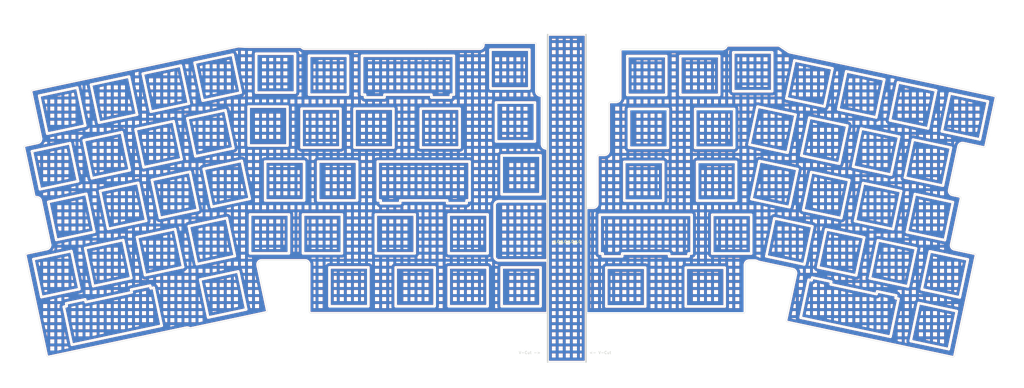
<source format=kicad_pcb>
(kicad_pcb (version 20211014) (generator pcbnew)
  (layers (0 "F.Cu" signal) (31 "B.Cu" signal) (34 "B.Paste" user) (35 "F.Paste" user) (36 "B.SilkS" user "B.Silkscreen") (37 "F.SilkS" user "F.Silkscreen") (38 "B.Mask" user) (39 "F.Mask" user) (44 "Edge.Cuts" user))
  (net 0 "")
  (gr_line (start -168.547966 -47.121206) (end -168.755878 -48.099353) (layer "Edge.Cuts") (width 0.1))
  (gr_line (start 106.429886 -46.010047) (end 106.221975 -45.031899) (layer "Edge.Cuts") (width 0.1))
  (gr_line (start 75.193812 -110.053628) (end 88.887194 -107.14301) (layer "Edge.Cuts") (width 0.1))
  (gr_line (start 32.8384 -75.07) (end 32.8384 -61.07) (layer "Edge.Cuts") (width 0.1))
  (gr_arc (start -36.512111 -58.640745) (mid -37.572771 -59.080085) (end -38.012111 -60.140745) (layer "Edge.Cuts") (width 0.1))
  (gr_line (start -107.444525 -113.265475) (end -93.445225 -113.265475) (layer "Edge.Cuts") (width 0.1))
  (gr_line (start -18.970809 -80.417765) (end -18.962111 -58.140745) (layer "Edge.Cuts") (width 0.1))
  (gr_line (start 32.8384 -61.07) (end 31.7514 -61.07) (layer "Edge.Cuts") (width 0.1))
  (gr_line (start -83.399961 -56.115475) (end -83.399961 -42.116015) (layer "Edge.Cuts") (width 0.1))
  (gr_line (start -125.974261 -61.166015) (end -125.974261 -75.165475) (layer "Edge.Cuts") (width 0.1))
  (gr_line (start 75.891522 -90.429737) (end 89.584904 -87.519119) (layer "Edge.Cuts") (width 0.1))
  (gr_line (start -5.11785 -77.095) (end -5.11785 -140) (layer "Edge.Cuts") (width 0.1))
  (gr_line (start -168.675681 -52.257155) (end -182.369063 -49.346537) (layer "Edge.Cuts") (width 0.1))
  (gr_line (start -78.963671 -80.215745) (end -80.050671 -80.215745) (layer "Edge.Cuts") (width 0.1))
  (gr_line (start -48.087671 -79.215745) (end -55.087671 -79.215745) (layer "Edge.Cuts") (width 0.1))
  (gr_line (start -180.212861 -27.747577) (end -166.518809 -30.658338) (layer "Edge.Cuts") (width 0.1))
  (gr_line (start -127.323622 -40.961891) (end -141.017004 -38.051272) (layer "Edge.Cuts") (width 0.1))
  (gr_line (start 76.020689 -51.451381) (end 76.228601 -52.429528) (layer "Edge.Cuts") (width 0.1))
  (gr_line (start 56.5601 -114.014346) (end 70.253482 -111.103727) (layer "Edge.Cuts") (width 0.1))
  (gr_arc (start 68.179075 -133.601931) (mid 67.903632 -133.6889) (end 67.649976 -133.827067) (layer "Edge.Cuts") (width 0.1))
  (gr_line (start 120.798479 -119.835645) (end 117.887828 -106.142107) (layer "Edge.Cuts") (width 0.1))
  (gr_line (start -37.495459 -115.492495) (end -23.496159 -115.492495) (layer "Edge.Cuts") (width 0.1))
  (gr_arc (start 55.680593 -58.545) (mid 56.180879 -58.459115) (end 56.623872 -58.211286) (layer "Edge.Cuts") (width 0.1))
  (gr_arc (start -119.773952 -40.496107) (mid -119.84369 -40.119831) (end -120.15907 -39.903077) (layer "Edge.Cuts") (width 0.1))
  (gr_line (start 42.777413 -118.22027) (end 28.778113 -118.22027) (layer "Edge.Cuts") (width 0.1))
  (gr_line (start -163.735351 -53.307255) (end -166.646002 -67.000793) (layer "Edge.Cuts") (width 0.1))
  (gr_line (start -198.557288 -79.693428) (end -184.863906 -82.604046) (layer "Edge.Cuts") (width 0.1))
  (gr_line (start -157.726923 -35.108521) (end -190.054701 -28.23704) (layer "Edge.Cuts") (width 0.1))
  (gr_line (start 34.129601 -113.16973) (end 48.128901 -113.16973) (layer "Edge.Cuts") (width 0.1))
  (gr_line (start -73.586761 -56.115475) (end -59.587461 -56.115475) (layer "Edge.Cuts") (width 0.1))
  (gr_line (start -109.795279 -133.056066) (end -109.795279 -119.056606) (layer "Edge.Cuts") (width 0.1))
  (gr_line (start -142.656152 -91.575581) (end -128.962771 -94.486199) (layer "Edge.Cuts") (width 0.1))
  (gr_line (start -54.536761 -75.165475) (end -40.537461 -75.165475) (layer "Edge.Cuts") (width 0.1))
  (gr_line (start 123.243966 -85.528036) (end 109.550584 -88.438654) (layer "Edge.Cuts") (width 0.1))
  (gr_line (start 104.194446 -109.052725) (end 107.105098 -122.746263) (layer "Edge.Cuts") (width 0.1))
  (gr_line (start -92.924961 -75.165475) (end -92.924961 -61.166015) (layer "Edge.Cuts") (width 0.1))
  (gr_line (start -172.106597 -104.791284) (end -169.195945 -91.097746) (layer "Edge.Cuts") (width 0.1))
  (gr_arc (start 141.938316 -117.92392) (mid 142.253743 -117.707175) (end 142.323434 -117.33089) (layer "Edge.Cuts") (width 0.1))
  (gr_line (start 24.7514 -61.07) (end 7.8754 -61.07) (layer "Edge.Cuts") (width 0.1))
  (gr_line (start -130.341905 -135.725918) (end -204.32642 -120.000024) (layer "Edge.Cuts") (width 0.1))
  (gr_line (start -141.017004 -38.051272) (end -143.927655 -51.744811) (layer "Edge.Cuts") (width 0.1))
  (gr_arc (start 45.333051 -135.730862) (mid 44.783799 -135.015928) (end 43.923916 -134.745) (layer "Edge.Cuts") (width 0.1))
  (gr_line (start -106.532271 -80.216015) (end -120.531571 -80.216015) (layer "Edge.Cuts") (width 0.1))
  (gr_line (start -166.518738 -30.658004) (end -157.201851 -32.638216) (layer "Edge.Cuts") (width 0.1))
  (gr_arc (start 7.202763 -134.245) (mid 7.34921 -134.598553) (end 7.702763 -134.745) (layer "Edge.Cuts") (width 0.1))
  (gr_line (start -131.928522 -99.019182) (end -145.621903 -96.108564) (layer "Edge.Cuts") (width 0.1))
  (gr_line (start -191.902218 -42.157106) (end -192.11013 -43.135254) (layer "Edge.Cuts") (width 0.1))
  (gr_line (start 16.1693 -56.01973) (end 16.1693 -42.02027) (layer "Edge.Cuts") (width 0.1))
  (gr_line (start -97.399261 -42.116015) (end -97.399261 -56.115475) (layer "Edge.Cuts") (width 0.1))
  (gr_line (start 61.827413 -133.534212) (end 61.827413 -119.534752) (layer "Edge.Cuts") (width 0.1))
  (gr_line (start 5.702763 -115.695) (end 3.529251 -115.695) (layer "Edge.Cuts") (width 0.1))
  (gr_line (start -40.537461 -42.116015) (end -54.536761 -42.116015) (layer "Edge.Cuts") (width 0.1))
  (gr_line (start -126.052119 -80.792661) (end -139.745501 -77.882043) (layer "Edge.Cuts") (width 0.1))
  (gr_line (start -164.552872 -125.872467) (end -150.85949 -128.783085) (layer "Edge.Cuts") (width 0.1))
  (gr_line (start 72.980871 -76.736198) (end 75.891522 -90.429737) (layer "Edge.Cuts") (width 0.1))
  (gr_line (start -152.952621 -69.911411) (end -150.041969 -56.217873) (layer "Edge.Cuts") (width 0.1))
  (gr_line (start -59.587461 -42.116015) (end -73.586761 -42.116015) (layer "Edge.Cuts") (width 0.1))
  (gr_line (start -23.496159 -115.492495) (end -23.496159 -101.493035) (layer "Edge.Cuts") (width 0.1))
  (gr_line (start 90.916873 -92.399372) (end 93.827524 -106.09291) (layer "Edge.Cuts") (width 0.1))
  (gr_line (start 117.887828 -106.142107) (end 104.194446 -109.052725) (layer "Edge.Cuts") (width 0.1))
  (gr_line (start -52.644936 -134.840743) (end -62.169936 -134.840892) (layer "Edge.Cuts") (width 0.1))
  (gr_line (start -20.970809 -100.467765) (end -20.970809 -117.517765) (layer "Edge.Cuts") (width 0.1))
  (gr_line (start 24.316401 -113.16973) (end 24.316401 -99.17027) (layer "Edge.Cuts") (width 0.1))
  (gr_line (start 10.317101 -113.16973) (end 24.316401 -113.16973) (layer "Edge.Cuts") (width 0.1))
  (gr_line (start 10.317101 -99.17027) (end 10.317101 -113.16973) (layer "Edge.Cuts") (width 0.1))
  (gr_line (start 126.852328 -79.597683) (end 123.941676 -65.904145) (layer "Edge.Cuts") (width 0.1))
  (gr_line (start 48.128901 -99.17027) (end 34.129601 -99.17027) (layer "Edge.Cuts") (width 0.1))
  (gr_line (start 138.570627 -99.675326) (end 142.323434 -117.33089) (layer "Edge.Cuts") (width 0.1))
  (gr_line (start -180.275932 -108.218211) (end -183.186584 -121.911749) (layer "Edge.Cuts") (width 0.1))
  (gr_arc (start -42.020809 -136.340745) (mid -42.460149 -135.280085) (end -43.520809 -134.840745) (layer "Edge.Cuts") (width 0.1))
  (gr_line (start -185.216262 -107.168111) (end -198.909644 -104.257493) (layer "Edge.Cuts") (width 0.1))
  (gr_line (start -52.644929 -118.315745) (end -53.731929 -118.315745) (layer "Edge.Cuts") (width 0.1))
  (gr_line (start -181.953255 -68.910508) (end -195.646636 -65.99989) (layer "Edge.Cuts") (width 0.1))
  (gr_line (start -207.324932 -99.375912) (end -203.572126 -81.720348) (layer "Edge.Cuts") (width 0.1))
  (gr_line (start -19.462111 -58.640745) (end -36.512111 -58.640745) (layer "Edge.Cuts") (width 0.1))
  (gr_line (start -93.445225 -113.265475) (end -93.445225 -99.266015) (layer "Edge.Cuts") (width 0.1))
  (gr_line (start -50.582725 -113.265475) (end -50.582725 -99.266015) (layer "Edge.Cuts") (width 0.1))
  (gr_line (start -166.58255 -111.128829) (end -180.275932 -108.218211) (layer "Edge.Cuts") (width 0.1))
  (gr_line (start -126.349737 -135.582522) (end -130.218069 -135.736449) (layer "Edge.Cuts") (width 0.1))
  (gr_line (start 103.849371 -28.641531) (end 103.849473 -28.642012) (layer "Edge.Cuts") (width 0.1))
  (gr_line (start -125.974261 -75.165475) (end -111.974961 -75.165475) (layer "Edge.Cuts") (width 0.1))
  (gr_line (start -18.962111 -140) (end -18.962111 -22) (layer "Edge.Cuts") (width 0.5))
  (gr_line (start 141.938316 -117.92392) (end 68.179075 -133.601931) (layer "Edge.Cuts") (width 0.1))
  (gr_line (start -85.694929 -132.315745) (end -52.644929 -132.315745) (layer "Edge.Cuts") (width 0.1))
  (gr_line (start -77.607929 -117.315745) (end -84.607929 -117.315745) (layer "Edge.Cuts") (width 0.1))
  (gr_line (start -80.050671 -80.215745) (end -80.050671 -94.215745) (layer "Edge.Cuts") (width 0.1))
  (gr_line (start -189.529717 -25.76722) (end -180.21283 -27.747433) (layer "Edge.Cuts") (width 0.1))
  (gr_line (start 68.040541 -77.786298) (end 54.347159 -80.696916) (layer "Edge.Cuts") (width 0.1))
  (gr_arc (start 3.029251 -115.195) (mid 3.175698 -115.548553) (end 3.529251 -115.695) (layer "Edge.Cuts") (width 0.1))
  (gr_line (start -50.582725 -99.266015) (end -64.582025 -99.266015) (layer "Edge.Cuts") (width 0.1))
  (gr_arc (start -1.035539 -79.095) (mid -1.474879 -78.03434) (end -2.535539 -77.595) (layer "Edge.Cuts") (width 0.1))
  (gr_line (start 70.371516 -53.700049) (end 66.826621 -37.022632) (layer "Edge.Cuts") (width 0.1))
  (gr_line (start 78.337009 -56.122128) (end 81.247661 -69.815666) (layer "Edge.Cuts") (width 0.1))
  (gr_line (start -18.962111 -140) (end -5.11785 -140) (layer "Edge.Cuts") (width 0.1))
  (gr_line (start -90.745279 -132.315475) (end -90.745279 -118.316015) (layer "Edge.Cuts") (width 0.1))
  (gr_line (start -21.487461 -42.116015) (end -35.486761 -42.116015) (layer "Edge.Cuts") (width 0.1))
  (gr_arc (start -106.187111 -58.640745) (mid -105.126451 -58.201405) (end -104.687111 -57.140745) (layer "Edge.Cuts") (width 0.1))
  (gr_line (start 93.827524 -106.09291) (end 107.520906 -103.182292) (layer "Edge.Cuts") (width 0.1))
  (gr_line (start 104.610254 -89.488754) (end 90.916873 -92.399372) (layer "Edge.Cuts") (width 0.1))
  (gr_arc (start 126.656319 -82.221032) (mid 125.710166 -82.871296) (end 125.500966 -84.000121) (layer "Edge.Cuts") (width 0.1))
  (gr_line (start -106.924261 -61.166015) (end -106.924261 -75.165475) (layer "Edge.Cuts") (width 0.1))
  (gr_line (start 107.285221 -44.805899) (end 104.374457 -31.111833) (layer "Edge.Cuts") (width 0.1))
  (gr_line (start 30.745 -42.02027) (end 30.745 -56.01973) (layer "Edge.Cuts") (width 0.1))
  (gr_line (start 54.347159 -80.696916) (end 57.257811 -94.390454) (layer "Edge.Cuts") (width 0.1))
  (gr_line (start 76.228601 -52.429528) (end 83.075634 -50.974147) (layer "Edge.Cuts") (width 0.1))
  (gr_line (start -164.255615 -92.147846) (end -167.166266 -105.841384) (layer "Edge.Cuts") (width 0.1))
  (gr_line (start 7.202763 -134.245) (end 7.202763 -117.195) (layer "Edge.Cuts") (width 0.1))
  (gr_line (start -106.532271 -94.215475) (end -106.532271 -80.216015) (layer "Edge.Cuts") (width 0.1))
  (gr_line (start 85.976543 -93.449472) (end 72.283161 -96.36009) (layer "Edge.Cuts") (width 0.1))
  (gr_line (start -23.470809 -137.067765) (end -41.520809 -137.067765) (layer "Edge.Cuts") (width 0.1))
  (gr_line (start -18.962111 -140) (end -18.970809 -98.467765) (layer "Edge.Cuts") (width 0.1))
  (gr_arc (start -19.470809 -98.967765) (mid -20.531469 -99.407105) (end -20.970809 -100.467765) (layer "Edge.Cuts") (width 0.1))
  (gr_line (start -88.394525 -113.265475) (end -74.395225 -113.265475) (layer "Edge.Cuts") (width 0.1))
  (gr_line (start 44.7443 -56.01973) (end 44.7443 -42.02027) (layer "Edge.Cuts") (width 0.1))
  (gr_line (start -112.495225 -114.006066) (end -112.495225 -100.006606) (layer "Edge.Cuts") (width 0.1))
  (gr_line (start -166.230194 -86.564764) (end -163.319543 -72.871226) (layer "Edge.Cuts") (width 0.1))
  (gr_line (start -126.290097 -135.581336) (end -126.349737 -135.582522) (layer "Edge.Cuts") (width 0.1))
  (gr_line (start -171.586333 -65.950693) (end -168.675681 -52.257155) (layer "Edge.Cuts") (width 0.1))
  (gr_arc (start 52.03215 -57.045) (mid 52.471487 -58.105678) (end 53.53215 -58.545) (layer "Edge.Cuts") (width 0.1))
  (gr_line (start 34.827311 -94.11973) (end 48.826611 -94.11973) (layer "Edge.Cuts") (width 0.1))
  (gr_line (start -39.495459 -120.543035) (end -39.495459 -134.542495) (layer "Edge.Cuts") (width 0.1))
  (gr_line (start 48.128901 -113.16973) (end 48.128901 -99.17027) (layer "Edge.Cuts") (width 0.1))
  (gr_line (start -42.020809 -136.567765) (end -42.020809 -136.340745) (layer "Edge.Cuts") (width 0.1))
  (gr_line (start 9.728113 -132.21973) (end 23.727413 -132.21973) (layer "Edge.Cuts") (width 0.1))
  (gr_line (start 126.154618 -99.221574) (end 123.243966 -85.528036) (layer "Edge.Cuts") (width 0.1))
  (gr_line (start -0.211585 -75.07) (end 32.8384 -75.07) (layer "Edge.Cuts") (width 0.1))
  (gr_arc (start 129.358452 -81.646676) (mid 129.673835 -81.429922) (end 129.74357 -81.053646) (layer "Edge.Cuts") (width 0.1))
  (gr_line (start -21.496159 -82.443035) (end -35.495459 -82.443035) (layer "Edge.Cuts") (width 0.1))
  (gr_line (start 9.728113 -118.22027) (end 9.728113 -132.21973) (layer "Edge.Cuts") (width 0.1))
  (gr_line (start 107.520906 -103.182292) (end 104.610254 -89.488754) (layer "Edge.Cuts") (width 0.1))
  (gr_arc (start -21.470809 -118.017765) (mid -21.117256 -117.871318) (end -20.970809 -117.517765) (layer "Edge.Cuts") (width 0.1))
  (gr_line (start 94.532617 -30.622371) (end 94.532546 -30.622037) (layer "Edge.Cuts") (width 0.1))
  (gr_line (start -126.494525 -114.006066) (end -112.495225 -114.006066) (layer "Edge.Cuts") (width 0.1))
  (gr_line (start -158.379213 -73.921325) (end -161.289864 -87.614864) (layer "Edge.Cuts") (width 0.1))
  (gr_arc (start -207.324932 -99.375912) (mid -207.255194 -99.752187) (end -206.939814 -99.968941) (layer "Edge.Cuts") (width 0.1))
  (gr_arc (start -18.970809 -80.417765) (mid -19.117255 -80.064211) (end -19.470809 -79.917765) (layer "Edge.Cuts") (width 0.1))
  (gr_line (start 136.52154 -102.181389) (end 122.828158 -105.092007) (layer "Edge.Cuts") (width 0.1))
  (gr_line (start -54.536761 -61.166015) (end -54.536761 -75.165475) (layer "Edge.Cuts") (width 0.1))
  (gr_line (start -192.11013 -43.135254) (end -185.263097 -44.590636) (layer "Edge.Cuts") (width 0.1))
  (gr_line (start -123.794579 -133.056066) (end -109.795279 -133.056066) (layer "Edge.Cuts") (width 0.1))
  (gr_line (start 24.7514 -60.07) (end 24.7514 -61.07) (layer "Edge.Cuts") (width 0.1))
  (gr_line (start -90.745279 -118.316015) (end -104.744579 -118.316015) (layer "Edge.Cuts") (width 0.1))
  (gr_line (start -120.531571 -80.216015) (end -120.531571 -94.215475) (layer "Edge.Cuts") (width 0.1))
  (gr_line (start -204.43369 -97.919949) (end -190.740308 -100.830567) (layer "Edge.Cuts") (width 0.1))
  (gr_line (start -148.012291 -70.961511) (end -134.318909 -73.872129) (layer "Edge.Cuts") (width 0.1))
  (gr_line (start -185.279714 -63.040075) (end -171.586333 -65.950693) (layer "Edge.Cuts") (width 0.1))
  (gr_line (start 127.386185 -24.1503) (end 135.099708 -60.439576) (layer "Edge.Cuts") (width 0.1))
  (gr_line (start 91.614583 -72.775481) (end 94.525234 -86.469019) (layer "Edge.Cuts") (width 0.1))
  (gr_line (start -55.087671 -79.215745) (end -55.087671 -80.215745) (layer "Edge.Cuts") (width 0.1))
  (gr_line (start -182.369063 -49.346537) (end -185.279714 -63.040075) (layer "Edge.Cuts") (width 0.1))
  (gr_line (start 139.432191 -115.874927) (end 136.52154 -102.181389) (layer "Edge.Cuts") (width 0.1))
  (gr_line (start -161.64222 -112.178928) (end -164.552872 -125.872467) (layer "Edge.Cuts") (width 0.1))
  (gr_line (start -104.187111 -39.590745) (end -19.462111 -39.590745) (layer "Edge.Cuts") (width 0.1))
  (gr_line (start -21.496159 -96.442495) (end -21.496159 -82.443035) (layer "Edge.Cuts") (width 0.1))
  (gr_line (start -77.607929 -118.315745) (end -77.607929 -117.315745) (layer "Edge.Cuts") (width 0.1))
  (gr_arc (start -206.804668 -60.535321) (mid -206.73493 -60.911596) (end -206.41955 -61.12835) (layer "Edge.Cuts") (width 0.1))
  (gr_line (start -184.863906 -82.604046) (end -181.953255 -68.910508) (layer "Edge.Cuts") (width 0.1))
  (gr_line (start 44.7443 -42.02027) (end 30.745 -42.02027) (layer "Edge.Cuts") (width 0.1))
  (gr_line (start -177.012925 -69.960608) (end -179.923576 -83.654146) (layer "Edge.Cuts") (width 0.1))
  (gr_line (start 134.71459 -61.032605) (end 127.35403 -62.597141) (layer "Edge.Cuts") (width 0.1))
  (gr_line (start 99.374941 -46.487281) (end 99.582853 -47.465429) (layer "Edge.Cuts") (width 0.1))
  (gr_line (start 0.8754 -61.07) (end -0.211585 -61.07) (layer "Edge.Cuts") (width 0.1))
  (gr_line (start -104.687111 -57.140745) (end -104.687111 -40.090745) (layer "Edge.Cuts") (width 0.1))
  (gr_line (start -185.055185 -43.612488) (end -168.547966 -47.121206) (layer "Edge.Cuts") (width 0.1))
  (gr_line (start 0.8754 -60.07) (end 0.8754 -61.07) (layer "Edge.Cuts") (width 0.1))
  (gr_line (start 99.254116 -110.102824) (end 85.560734 -113.013443) (layer "Edge.Cuts") (width 0.1))
  (gr_line (start 123.941676 -65.904145) (end 110.248295 -68.814763) (layer "Edge.Cuts") (width 0.1))
  (gr_line (start -23.496159 -101.493035) (end -37.495459 -101.493035) (layer "Edge.Cuts") (width 0.1))
  (gr_line (start -157.201953 -32.638697) (end -148.915323 -34.400075) (layer "Edge.Cuts") (width 0.1))
  (gr_line (start 88.471386 -126.706981) (end 102.164768 -123.796363) (layer "Edge.Cuts") (width 0.1))
  (gr_line (start -74.395225 -113.265475) (end -74.395225 -99.266015) (layer "Edge.Cuts") (width 0.1))
  (gr_arc (start 56.834343 -58.110975) (mid 56.723181 -58.148695) (end 56.623872 -58.211286) (layer "Edge.Cuts") (width 0.1))
  (gr_line (start -144.685831 -76.831943) (end -158.379213 -73.921325) (layer "Edge.Cuts") (width 0.1))
  (gr_line (start -101.481571 -80.216015) (end -101.481571 -94.215475) (layer "Edge.Cuts") (width 0.1))
  (gr_arc (start -1.035539 -96.145) (mid -0.889092 -96.498553) (end -0.535539 -96.645) (layer "Edge.Cuts") (width 0.1))
  (gr_line (start -201.820295 -117.951031) (end -188.126914 -120.861649) (layer "Edge.Cuts") (width 0.1))
  (gr_line (start -167.166266 -105.841384) (end -153.472885 -108.752002) (layer "Edge.Cuts") (width 0.1))
  (gr_line (start -85.694921 -134.840745) (end -106.216259 -134.840745) (layer "Edge.Cuts") (width 0.1))
  (gr_line (start 64.199418 -136.059482) (end 45.802763 -136.059482) (layer "Edge.Cuts") (width 0.1))
  (gr_line (start 22.632861 -80.12027) (end 8.633561 -80.12027) (layer "Edge.Cuts") (width 0.1))
  (gr_line (start 122.828158 -105.092007) (end 125.738809 -118.785545) (layer "Edge.Cuts") (width 0.1))
  (gr_line (start -66.731211 -75.165475) (end -66.731211 -61.166015) (layer "Edge.Cuts") (width 0.1))
  (gr_line (start -40.537461 -75.165475) (end -40.537461 -61.166015) (layer "Edge.Cuts") (width 0.1))
  (gr_line (start -18.962111 -40.090745) (end -18.962111 -22) (layer "Edge.Cuts") (width 0.1))
  (gr_line (start -66.731211 -61.166015) (end -80.730511 -61.166015) (layer "Edge.Cuts") (width 0.1))
  (gr_line (start 67.342831 -97.410189) (end 53.649449 -100.320807) (layer "Edge.Cuts") (width 0.1))
  (gr_line (start 107.105098 -122.746263) (end 120.798479 -119.835645) (layer "Edge.Cuts") (width 0.1))
  (gr_line (start -192.965465 -41.931106) (end -191.902218 -42.157106) (layer "Edge.Cuts") (width 0.1))
  (gr_line (start -134.839173 -112.71272) (end -131.928522 -99.019182) (layer "Edge.Cuts") (width 0.1))
  (gr_line (start -147.398165 -34.113229) (end -120.15907 -39.903077) (layer "Edge.Cuts") (width 0.1))
  (gr_line (start 110.664103 -49.250792) (end 96.970721 -52.16141) (layer "Edge.Cuts") (width 0.1))
  (gr_line (start 7.8754 -61.07) (end 7.8754 -60.07) (layer "Edge.Cuts") (width 0.1))
  (gr_line (start -109.795279 -119.056606) (end -123.794579 -119.056606) (layer "Edge.Cuts") (width 0.1))
  (gr_line (start -203.913426 -59.079357) (end -190.220044 -61.989976) (layer "Edge.Cuts") (width 0.1))
  (gr_line (start -145.101639 -57.267972) (end -148.012291 -70.961511) (layer "Edge.Cuts") (width 0.1))
  (gr_line (start -188.126914 -120.861649) (end -185.216262 -107.168111) (layer "Edge.Cuts") (width 0.1))
  (gr_line (start -53.731929 -118.315745) (end -53.731929 -117.315745) (layer "Edge.Cuts") (width 0.1))
  (gr_line (start 83.531056 -127.75708) (end 80.620404 -114.063542) (layer "Edge.Cuts") (width 0.1))
  (gr_line (start 59.703297 -60.082846) (end 62.613949 -73.776384) (layer "Edge.Cuts") (width 0.1))
  (gr_line (start -161.700933 -48.576588) (end -160.637687 -48.802588) (layer "Edge.Cuts") (width 0.1))
  (gr_line (start -36.512111 -79.917765) (end -19.470809 -79.917765) (layer "Edge.Cuts") (width 0.1))
  (gr_line (start -84.607929 -117.315745) (end -84.607929 -118.315745) (layer "Edge.Cuts") (width 0.1))
  (gr_line (start 113.158946 -82.508301) (end 126.852328 -79.597683) (layer "Edge.Cuts") (width 0.1))
  (gr_line (start 128.247748 -40.349901) (end 125.337097 -26.656362) (layer "Edge.Cuts") (width 0.1))
  (gr_line (start 23.727413 -132.21973) (end 23.727413 -118.22027) (layer "Edge.Cuts") (width 0.1))
  (gr_line (start -47.000671 -94.215745) (end -47.000671 -80.215745) (layer "Edge.Cuts") (width 0.1))
  (gr_arc (start -107.769929 -135.581336) (mid -107.554785 -135.532682) (end -107.381511 -135.396188) (layer "Edge.Cuts") (width 0.1))
  (gr_line (start -185.799978 -101.880666) (end -172.106597 -104.791284) (layer "Edge.Cuts") (width 0.1))
  (gr_line (start 53.53215 -58.545) (end 55.680593 -58.545) (layer "Edge.Cuts") (width 0.1))
  (gr_line (start -169.493202 -124.822367) (end -166.58255 -111.128829) (layer "Edge.Cuts") (width 0.1))
  (gr_arc (start -130.341905 -135.725918) (mid -130.280315 -135.735046) (end -130.218069 -135.736449) (layer "Edge.Cuts") (width 0.1))
  (gr_line (start -22.970809 -119.517765) (end -22.970809 -136.567765) (layer "Edge.Cuts") (width 0.1))
  (gr_arc (start 67.211739 -36.429603) (mid 66.896351 -36.646357) (end 66.826621 -37.022632) (layer "Edge.Cuts") (width 0.1))
  (gr_line (start 132.208466 -58.983612) (end 129.297815 -45.290074) (layer "Edge.Cuts") (width 0.1))
  (gr_line (start -112.495225 -100.006606) (end -126.494525 -100.006606) (layer "Edge.Cuts") (width 0.1))
  (gr_line (start -147.948839 -115.089546) (end -161.64222 -112.178928) (layer "Edge.Cuts") (width 0.1))
  (gr_line (start 72.046679 -37.983314) (end 74.957443 -51.677381) (layer "Edge.Cuts") (width 0.1))
  (gr_line (start -21.487461 -56.115475) (end -21.487461 -42.116015) (layer "Edge.Cuts") (width 0.1))
  (gr_arc (start -23.470809 -137.067765) (mid -23.117256 -136.921318) (end -22.970809 -136.567765) (layer "Edge.Cuts") (width 0.1))
  (gr_line (start -126.494525 -100.006606) (end -126.494525 -114.006066) (layer "Edge.Cuts") (width 0.1))
  (gr_line (start -5.11785 -140) (end -5.11785 -22) (layer "Edge.Cuts") (width 0.5))
  (gr_line (start -187.309393 -48.296437) (end -201.002775 -45.385819) (layer "Edge.Cuts") (width 0.1))
  (gr_line (start 70.253482 -111.103727) (end 67.342831 -97.410189) (layer "Edge.Cuts") (width 0.1))
  (gr_line (start -183.186584 -121.911749) (end -169.493202 -124.822367) (layer "Edge.Cuts") (width 0.1))
  (gr_line (start -73.586761 -42.116015) (end -73.586761 -56.115475) (layer "Edge.Cuts") (width 0.1))
  (gr_line (start -145.91916 -129.833184) (end -132.225778 -132.743802) (layer "Edge.Cuts") (width 0.1))
  (gr_line (start -190.054701 -28.23704) (end -192.965465 -41.931106) (layer "Edge.Cuts") (width 0.1))
  (gr_line (start -106.924261 -75.165475) (end -92.924961 -75.165475) (layer "Edge.Cuts") (width 0.1))
  (gr_line (start -76.169921 -134.840745) (end -76.169921 -134.841086) (layer "Edge.Cuts") (width 0.1))
  (gr_arc (start -123.245589 -56.828877) (mid -122.944087 -58.084725) (end -121.778368 -58.640745) (layer "Edge.Cuts") (width 0.1))
  (gr_line (start 47.828113 -119.534752) (end 47.828113 -133.534212) (layer "Edge.Cuts") (width 0.1))
  (gr_line (start -35.486761 -56.115475) (end -21.487461 -56.115475) (layer "Edge.Cuts") (width 0.1))
  (gr_arc (start -202.989272 -81.333177) (mid -203.35971 -81.407817) (end -203.572126 -81.720348) (layer "Edge.Cuts") (width 0.1))
  (gr_line (start 66.927023 -116.97416) (end 69.837674 -130.667699) (layer "Edge.Cuts") (width 0.1))
  (gr_arc (start -148.915323 -34.400075) (mid -148.324791 -34.406741) (end -147.777454 -34.18494) (layer "Edge.Cuts") (width 0.1))
  (gr_line (start -195.646636 -65.99989) (end -198.557288 -79.693428) (layer "Edge.Cuts") (width 0.1))
  (gr_line (start -35.486761 -42.116015) (end -35.486761 -56.115475) (layer "Edge.Cuts") (width 0.1))
  (gr_line (start -119.773952 -40.496107) (end -123.245589 -56.828877) (layer "Edge.Cuts") (width 0.1))
  (gr_line (start 8.633561 -80.12027) (end 8.633561 -94.11973) (layer "Edge.Cuts") (width 0.1))
  (gr_line (start -80.730511 -75.165475) (end -66.731211 -75.165475) (layer "Edge.Cuts") (width 0.1))
  (gr_line (start -199.05899 -62.692886) (end -206.41955 -61.12835) (layer "Edge.Cuts") (width 0.1))
  (gr_arc (start -19.462111 -58.640745) (mid -19.108558 -58.494298) (end -18.962111 -58.140745) (layer "Edge.Cuts") (width 0.1))
  (gr_line (start 16.1693 -42.02027) (end 2.17 -42.02027) (layer "Edge.Cuts") (width 0.1))
  (gr_line (start -168.755878 -48.099353) (end -161.908845 -49.554735) (layer "Edge.Cuts") (width 0.1))
  (gr_line (start 53.649449 -100.320807) (end 56.5601 -114.014346) (layer "Edge.Cuts") (width 0.1))
  (gr_line (start -163.319543 -72.871226) (end -177.012925 -69.960608) (layer "Edge.Cuts") (width 0.1))
  (gr_line (start 76.307331 -70.865766) (end 73.396679 -57.172227) (layer "Edge.Cuts") (width 0.1))
  (gr_arc (start -19.470809 -98.967765) (mid -19.117256 -98.821318) (end -18.970809 -98.467765) (layer "Edge.Cuts") (width 0.1))
  (gr_line (start -52.644929 -132.315745) (end -52.644929 -118.315745) (layer "Edge.Cuts") (width 0.1))
  (gr_line (start -83.399961 -42.116015) (end -97.399261 -42.116015) (layer "Edge.Cuts") (width 0.1))
  (gr_line (start 8.633561 -94.11973) (end 22.632861 -94.11973) (layer "Edge.Cuts") (width 0.1))
  (gr_line (start -150.041969 -56.217873) (end -163.735351 -53.307255) (layer "Edge.Cuts") (width 0.1))
  (gr_line (start 89.584904 -87.519119) (end 86.674253 -73.82558) (layer "Edge.Cuts") (width 0.1))
  (gr_arc (start -18.962111 -40.090745) (mid -19.108557 -39.737191) (end -19.462111 -39.590745) (layer "Edge.Cuts") (width 0.1))
  (gr_arc (start 64.199418 -136.059482) (mid 64.34602 -136.037501) (end 64.479741 -135.97351) (layer "Edge.Cuts") (width 0.1))
  (gr_line (start 56.834343 -58.110975) (end 69.216162 -55.479138) (layer "Edge.Cuts") (width 0.1))
  (gr_line (start 92.030391 -53.21151) (end 78.337009 -56.122128) (layer "Edge.Cuts") (width 0.1))
  (gr_line (start 80.620404 -114.063542) (end 66.927023 -116.97416) (layer "Edge.Cuts") (width 0.1))
  (gr_arc (start 138.570627 -99.675326) (mid 138.353868 -99.359981) (end 137.977598 -99.290208) (layer "Edge.Cuts") (width 0.1))
  (gr_arc (start -201.166643 -102.729578) (mid -201.375859 -101.600752) (end -202.321997 -100.950489) (layer "Edge.Cuts") (width 0.1))
  (gr_line (start 105.307965 -69.864863) (end 91.614583 -72.775481) (layer "Edge.Cuts") (width 0.1))
  (gr_line (start -150.562233 -95.058464) (end -164.255615 -92.147846) (layer "Edge.Cuts") (width 0.1))
  (gr_line (start 99.582853 -47.465429) (end 106.429886 -46.010047) (layer "Edge.Cuts") (width 0.1))
  (gr_line (start 1.529251 -96.645) (end -0.535539 -96.645) (layer "Edge.Cuts") (width 0.1))
  (gr_line (start -0.211585 -61.07) (end -0.211585 -75.07) (layer "Edge.Cuts") (width 0.1))
  (gr_line (start -169.195945 -91.097746) (end -182.889327 -88.187128) (layer "Edge.Cuts") (width 0.1))
  (gr_line (start 104.374457 -31.111833) (end 72.046679 -37.983314) (layer "Edge.Cuts") (width 0.1))
  (gr_line (start 57.257811 -94.390454) (end 70.951192 -91.479836) (layer "Edge.Cuts") (width 0.1))
  (gr_line (start 28.778113 -118.22027) (end 28.778113 -132.21973) (layer "Edge.Cuts") (width 0.1))
  (gr_line (start -190.220044 -61.989976) (end -187.309393 -48.296437) (layer "Edge.Cuts") (width 0.1))
  (gr_arc (start -204.711538 -119.406994) (mid -204.6418 -119.78327) (end -204.32642 -120.000024) (layer "Edge.Cuts") (width 0.1))
  (gr_line (start -198.909644 -104.257493) (end -201.820295 -117.951031) (layer "Edge.Cuts") (width 0.1))
  (gr_arc (start 52.03215 -39.995) (mid 51.8857 -39.641464) (end 51.53215 -39.495) (layer "Edge.Cuts") (width 0.1))
  (gr_line (start -128.962771 -94.486199) (end -126.052119 -80.792661) (layer "Edge.Cuts") (width 0.1))
  (gr_line (start 7.8754 -60.07) (end 0.8754 -60.07) (layer "Edge.Cuts") (width 0.1))
  (gr_line (start -161.289864 -87.614864) (end -147.596483 -90.525482) (layer "Edge.Cuts") (width 0.1))
  (gr_line (start -204.711538 -119.406994) (end -201.166643 -102.729578) (layer "Edge.Cuts") (width 0.1))
  (gr_line (start -48.087671 -80.215745) (end -48.087671 -79.215745) (layer "Edge.Cuts") (width 0.1))
  (gr_line (start -206.804668 -60.535321) (end -199.091145 -24.246045) (layer "Edge.Cuts") (width 0.1))
  (gr_line (start 31.7514 -60.07) (end 24.7514 -60.07) (layer "Edge.Cuts") (width 0.1))
  (gr_line (start 129.358452 -81.646676) (end 126.656319 -82.221032) (layer "Edge.Cuts") (width 0.1))
  (gr_arc (start -38.012111 -78.417765) (mid -37.572771 -79.478425) (end -36.512111 -79.917765) (layer "Edge.Cuts") (width 0.1))
  (gr_line (start -179.923576 -83.654146) (end -166.230194 -86.564764) (layer "Edge.Cuts") (width 0.1))
  (gr_line (start 86.674253 -73.82558) (end 72.980871 -76.736198) (layer "Edge.Cuts") (width 0.1))
  (gr_line (start -60.731929 -118.315745) (end -77.607929 -118.315745) (layer "Edge.Cuts") (width 0.1))
  (gr_line (start -201.523039 -84.22641) (end -204.43369 -97.919949) (layer "Edge.Cuts") (width 0.1))
  (gr_line (start 108.218616 -83.558401) (end 105.307965 -69.864863) (layer "Edge.Cuts") (width 0.1))
  (gr_line (start 113.574754 -62.94433) (end 110.664103 -49.250792) (layer "Edge.Cuts") (width 0.1))
  (gr_line (start 99.881372 -65.854948) (end 113.574754 -62.94433) (layer "Edge.Cuts") (width 0.1))
  (gr_line (start 3.029251 -115.195) (end 3.029251 -98.145) (layer "Edge.Cuts") (width 0.1))
  (gr_line (start 72.283161 -96.36009) (end 75.193812 -110.053628) (layer "Edge.Cuts") (width 0.1))
  (gr_line (start -101.481571 -94.215475) (end -87.482271 -94.215475) (layer "Edge.Cuts") (width 0.1))
  (gr_line (start -59.587461 -56.115475) (end -59.587461 -42.116015) (layer "Edge.Cuts") (width 0.1))
  (gr_line (start -190.740308 -100.830567) (end -187.829657 -87.137029) (layer "Edge.Cuts") (width 0.1))
  (gr_line (start 24.316401 -99.17027) (end 10.317101 -99.17027) (layer "Edge.Cuts") (width 0.1))
  (gr_arc (start -197.903636 -64.471975) (mid -198.112851 -63.343149) (end -199.05899 -62.692886) (layer "Edge.Cuts") (width 0.1))
  (gr_line (start 74.957443 -51.677381) (end 76.020689 -51.451381) (layer "Edge.Cuts") (width 0.1))
  (gr_line (start -187.829657 -87.137029) (end -201.523039 -84.22641) (layer "Edge.Cuts") (width 0.1))
  (gr_line (start -40.537461 -56.115475) (end -40.537461 -42.116015) (layer "Edge.Cuts") (width 0.1))
  (gr_line (start -161.908845 -49.554735) (end -161.700933 -48.576588) (layer "Edge.Cuts") (width 0.1))
  (gr_line (start -132.225778 -132.743802) (end -129.315127 -119.050264) (layer "Edge.Cuts") (width 0.1))
  (gr_line (start 109.550584 -88.438654) (end 112.461236 -102.132192) (layer "Edge.Cuts") (width 0.1))
  (gr_line (start -111.974961 -75.165475) (end -111.974961 -61.166015) (layer "Edge.Cuts") (width 0.1))
  (gr_line (start 40.27 -61.07027) (end 40.27 -75.06973) (layer "Edge.Cuts") (width 0.1))
  (gr_line (start 67.649976 -133.827067) (end 64.479741 -135.97351) (layer "Edge.Cuts") (width 0.1))
  (gr_arc (start 7.202763 -117.195) (mid 6.763423 -116.13434) (end 5.702763 -115.695) (layer "Edge.Cuts") (width 0.1))
  (gr_line (start -43.520809 -134.840745) (end -52.644936 -134.840743) (layer "Edge.Cuts") (width 0.1))
  (gr_line (start -18.962111 -22) (end -5.11785 -22) (layer "Edge.Cuts") (width 0.1))
  (gr_line (start -80.730511 -61.166015) (end -80.730511 -75.165475) (layer "Edge.Cuts") (width 0.1))
  (gr_arc (start -5.11785 -77.095) (mid -4.971403 -77.448553) (end -4.61785 -77.595) (layer "Edge.Cuts") (width 0.1))
  (gr_line (start 114.554367 -43.260519) (end 128.247748 -40.349901) (layer "Edge.Cuts") (width 0.1))
  (gr_line (start -139.745501 -77.882043) (end -142.656152 -91.575581) (layer "Edge.Cuts") (width 0.1))
  (gr_line (start 81.247661 -69.815666) (end 94.941042 -66.905048) (layer "Edge.Cuts") (width 0.1))
  (gr_line (start 112.461236 -102.132192) (end 126.154618 -99.221574) (layer "Edge.Cuts") (width 0.1))
  (gr_line (start 34.129601 -99.17027) (end 34.129601 -113.16973) (layer "Edge.Cuts") (width 0.1))
  (gr_line (start -160.637687 -48.802588) (end -157.726923 -35.108521) (layer "Edge.Cuts") (width 0.1))
  (gr_line (start 129.297815 -45.290074) (end 115.604433 -48.200692) (layer "Edge.Cuts") (width 0.1))
  (gr_line (start -111.974961 -61.166015) (end -125.974261 -61.166015) (layer "Edge.Cuts") (width 0.1))
  (gr_line (start 48.826611 -80.12027) (end 34.827311 -80.12027) (layer "Edge.Cuts") (width 0.1))
  (gr_line (start -71.963671 -80.215745) (end -71.963671 -79.215745) (layer "Edge.Cuts") (width 0.1))
  (gr_line (start 23.727413 -118.22027) (end 9.728113 -118.22027) (layer "Edge.Cuts") (width 0.1))
  (gr_line (start 40.27 -75.06973) (end 54.2693 -75.06973) (layer "Edge.Cuts") (width 0.1))
  (gr_line (start -25.496159 -134.542495) (end -25.496159 -120.543035) (layer "Edge.Cuts") (width 0.1))
  (gr_arc (start -106.216259 -134.840745) (mid -106.861691 -134.986707) (end -107.381511 -135.396188) (layer "Edge.Cuts") (width 0.1))
  (gr_line (start -198.498115 -23.860927) (end -189.529717 -25.76722) (layer "Edge.Cuts") (width 0.1))
  (gr_line (start 52.03215 -39.995) (end 52.03215 -57.045) (layer "Edge.Cuts") (width 0.1))
  (gr_line (start -78.963671 -79.215745) (end -78.963671 -80.215745) (layer "Edge.Cuts") (width 0.1))
  (gr_line (start -148.532555 -109.802102) (end -134.839173 -112.71272) (layer "Edge.Cuts") (width 0.1))
  (gr_line (start -107.444525 -99.266015) (end -107.444525 -113.265475) (layer "Edge.Cuts") (width 0.1))
  (gr_line (start -76.169921 -134.841086) (end -85.694921 -134.841237) (layer "Edge.Cuts") (width 0.1))
  (gr_line (start -134.318909 -73.872129) (end -131.408258 -60.178591) (layer "Edge.Cuts") (width 0.1))
  (gr_line (start 22.632861 -94.11973) (end 22.632861 -80.12027) (layer "Edge.Cuts") (width 0.1))
  (gr_arc (start -147.398165 -34.113229) (mid -147.595009 -34.111007) (end -147.777454 -34.18494) (layer "Edge.Cuts") (width 0.1))
  (gr_line (start 110.248295 -68.814763) (end 113.158946 -82.508301) (layer "Edge.Cuts") (width 0.1))
  (gr_line (start -104.744579 -118.316015) (end -104.744579 -132.315475) (layer "Edge.Cuts") (width 0.1))
  (gr_line (start 34.827311 -80.12027) (end 34.827311 -94.11973) (layer "Edge.Cuts") (width 0.1))
  (gr_line (start -53.731929 -117.315745) (end -60.731929 -117.315745) (layer "Edge.Cuts") (width 0.1))
  (gr_line (start -123.794579 -119.056606) (end -123.794579 -133.056066) (layer "Edge.Cuts") (width 0.1))
  (gr_line (start 47.828113 -133.534212) (end 61.827413 -133.534212) (layer "Edge.Cuts") (width 0.1))
  (gr_line (start 2.17 -56.01973) (end 16.1693 -56.01973) (layer "Edge.Cuts") (width 0.1))
  (gr_line (start -129.315127 -119.050264) (end -143.008509 -116.139646) (layer "Edge.Cuts") (width 0.1))
  (gr_line (start -85.694921 -134.841237) (end -85.694921 -134.840745) (layer "Edge.Cuts") (width 0.1))
  (gr_line (start -104.744579 -132.315475) (end -90.745279 -132.315475) (layer "Edge.Cuts") (width 0.1))
  (gr_line (start 94.532546 -30.622037) (end 103.849371 -28.641531) (layer "Edge.Cuts") (width 0.1))
  (gr_line (start -4.61785 -39.495) (end 51.53215 -39.495) (layer "Edge.Cuts") (width 0.1))
  (gr_line (start -153.472885 -108.752002) (end -150.562233 -95.058464) (layer "Edge.Cuts") (width 0.1))
  (gr_line (start 71.52171 -35.513492) (end 80.838535 -33.532987) (layer "Edge.Cuts") (width 0.1))
  (gr_line (start 80.838535 -33.532987) (end 80.838565 -33.533131) (layer "Edge.Cuts") (width 0.1))
  (gr_line (start 31.7514 -61.07) (end 31.7514 -60.07) (layer "Edge.Cuts") (width 0.1))
  (gr_line (start -131.408258 -60.178591) (end -145.101639 -57.267972) (layer "Edge.Cuts") (width 0.1))
  (gr_line (start 125.500966 -84.000121) (end 128.837948 -99.69939) (layer "Edge.Cuts") (width 0.1))
  (gr_line (start -62.169936 -134.840745) (end -76.169921 -134.840745) (layer "Edge.Cuts") (width 0.1))
  (gr_line (start -64.582025 -99.266015) (end -64.582025 -113.265475) (layer "Edge.Cuts") (width 0.1))
  (gr_line (start -145.621903 -96.108564) (end -148.532555 -109.802102) (layer "Edge.Cuts") (width 0.1))
  (gr_line (start -130.234273 -54.655429) (end -127.323622 -40.961891) (layer "Edge.Cuts") (width 0.1))
  (gr_line (start -182.889327 -88.187128) (end -185.799978 -101.880666) (layer "Edge.Cuts") (width 0.1))
  (gr_line (start -87.482271 -94.215475) (end -87.482271 -80.216015) (layer "Edge.Cuts") (width 0.1))
  (gr_line (start -147.596483 -90.525482) (end -144.685831 -76.831943) (layer "Edge.Cuts") (width 0.1))
  (gr_line (start -2.535539 -77.595) (end -4.61785 -77.595) (layer "Edge.Cuts") (width 0.1))
  (gr_arc (start 134.71459 -61.032605) (mid 135.029964 -60.815845) (end 135.099708 -60.439576) (layer "Edge.Cuts") (width 0.1))
  (gr_line (start -157.201851 -32.638216) (end -157.201953 -32.638697) (layer "Edge.Cuts") (width 0.1))
  (gr_line (start 118.515084 -61.894231) (end 132.208466 -58.983612) (layer "Edge.Cuts") (width 0.1))
  (gr_line (start -143.927655 -51.744811) (end -130.234273 -54.655429) (layer "Edge.Cuts") (width 0.1))
  (gr_arc (start -21.470809 -118.017765) (mid -22.531469 -118.457105) (end -22.970809 -119.517765) (layer "Edge.Cuts") (width 0.1))
  (gr_line (start 102.164768 -123.796363) (end 99.254116 -110.102824) (layer "Edge.Cuts") (width 0.1))
  (gr_line (start -107.769929 -135.581336) (end -126.290097 -135.581336) (layer "Edge.Cuts") (width 0.1))
  (gr_line (start -37.495459 -101.493035) (end -37.495459 -115.492495) (layer "Edge.Cuts") (width 0.1))
  (gr_line (start -25.496159 -120.543035) (end -39.495459 -120.543035) (layer "Edge.Cuts") (width 0.1))
  (gr_arc (start -198.498115 -23.860927) (mid -198.874391 -23.930665) (end -199.091145 -24.246045) (layer "Edge.Cuts") (width 0.1))
  (gr_line (start 82.867722 -49.995999) (end 99.374941 -46.487281) (layer "Edge.Cuts") (width 0.1))
  (gr_line (start -84.607929 -118.315745) (end -85.694929 -118.315745) (layer "Edge.Cuts") (width 0.1))
  (gr_line (start -92.924961 -61.166015) (end -106.924261 -61.166015) (layer "Edge.Cuts") (width 0.1))
  (gr_line (start 130.617037 -100.854744) (end 137.977598 -99.290208) (layer "Edge.Cuts") (width 0.1))
  (gr_line (start -97.399261 -56.115475) (end -83.399961 -56.115475) (layer "Edge.Cuts") (width 0.1))
  (gr_line (start -202.321997 -100.950489) (end -206.939814 -99.968941) (layer "Edge.Cuts") (width 0.1))
  (gr_line (start 62.613949 -73.776384) (end 76.307331 -70.865766) (layer "Edge.Cuts") (width 0.1))
  (gr_line (start -80.050671 -94.215745) (end -47.000671 -94.215745) (layer "Edge.Cuts") (width 0.1))
  (gr_line (start 115.604433 -48.200692) (end 118.515084 -61.894231) (layer "Edge.Cuts") (width 0.1))
  (gr_line (start -38.012111 -60.140745) (end -38.012111 -78.417765) (layer "Edge.Cuts") (width 0.1))
  (gr_line (start -1.035539 -96.145) (end -1.035539 -79.095) (layer "Edge.Cuts") (width 0.1))
  (gr_line (start 73.396679 -57.172227) (end 59.703297 -60.082846) (layer "Edge.Cuts") (width 0.1))
  (gr_arc (start -104.187111 -39.590745) (mid -104.540664 -39.737192) (end -104.687111 -40.090745) (layer "Edge.Cuts") (width 0.1))
  (gr_line (start -166.518809 -30.658338) (end -166.518738 -30.658004) (layer "Edge.Cuts") (width 0.1))
  (gr_arc (start -202.989272 -81.333177) (mid -201.877956 -81.109256) (end -201.240708 -80.171665) (layer "Edge.Cuts") (width 0.1))
  (gr_line (start -185.263097 -44.590636) (end -185.055185 -43.612488) (layer "Edge.Cuts") (width 0.1))
  (gr_line (start -201.240708 -80.171665) (end -197.903636 -64.471975) (layer "Edge.Cuts") (width 0.1))
  (gr_line (start -60.731929 -117.315745) (end -60.731929 -118.315745) (layer "Edge.Cuts") (width 0.1))
  (gr_line (start -54.536761 -56.115475) (end -40.537461 -56.115475) (layer "Edge.Cuts") (width 0.1))
  (gr_line (start 125.337097 -26.656362) (end 111.643715 -29.566981) (layer "Edge.Cuts") (width 0.1))
  (gr_line (start -55.087671 -80.215745) (end -71.963671 -80.215745) (layer "Edge.Cuts") (width 0.1))
  (gr_line (start 70.951192 -91.479836) (end 68.040541 -77.786298) (layer "Edge.Cuts") (width 0.1))
  (gr_line (start -166.646002 -67.000793) (end -152.952621 -69.911411) (layer "Edge.Cuts") (width 0.1))
  (gr_line (start 48.826611 -94.11973) (end 48.826611 -80.12027) (layer "Edge.Cuts") (width 0.1))
  (gr_line (start -121.778368 -58.640745) (end -106.187111 -58.640745) (layer "Edge.Cuts") (width 0.1))
  (gr_line (start 111.643715 -29.566981) (end 114.554367 -43.260519) (layer "Edge.Cuts") (width 0.1))
  (gr_arc (start 3.029251 -98.145) (mid 2.589911 -97.08434) (end 1.529251 -96.645) (layer "Edge.Cuts") (width 0.1))
  (gr_line (start 54.2693 -75.06973) (end 54.2693 -61.07027) (layer "Edge.Cuts") (width 0.1))
  (gr_arc (start 45.333051 -135.730862) (mid 45.516129 -135.969194) (end 45.802763 -136.059482) (layer "Edge.Cuts") (width 0.1))
  (gr_line (start -85.694929 -118.315745) (end -85.694929 -132.315745) (layer "Edge.Cuts") (width 0.1))
  (gr_arc (start 69.216162 -55.479138) (mid 70.162312 -54.828877) (end 70.371516 -53.700049) (layer "Edge.Cuts") (width 0.1))
  (gr_line (start 42.777413 -132.21973) (end 42.777413 -118.22027) (layer "Edge.Cuts") (width 0.1))
  (gr_line (start 125.738809 -118.785545) (end 139.432191 -115.874927) (layer "Edge.Cuts") (width 0.1))
  (gr_line (start 88.887194 -107.14301) (end 85.976543 -93.449472) (layer "Edge.Cuts") (width 0.1))
  (gr_line (start -39.495459 -134.542495) (end -25.496159 -134.542495) (layer "Edge.Cuts") (width 0.1))
  (gr_line (start 103.849473 -28.642012) (end 126.793155 -23.765182) (layer "Edge.Cuts") (width 0.1))
  (gr_line (start -62.169936 -134.840892) (end -62.169936 -134.840745) (layer "Edge.Cuts") (width 0.1))
  (gr_line (start -74.395225 -99.266015) (end -88.394525 -99.266015) (layer "Edge.Cuts") (width 0.1))
  (gr_line (start 30.745 -56.01973) (end 44.7443 -56.01973) (layer "Edge.Cuts") (width 0.1))
  (gr_line (start 54.2693 -61.07027) (end 40.27 -61.07027) (layer "Edge.Cuts") (width 0.1))
  (gr_line (start -54.536761 -42.116015) (end -54.536761 -56.115475) (layer "Edge.Cuts") (width 0.1))
  (gr_line (start -71.963671 -79.215745) (end -78.963671 -79.215745) (layer "Edge.Cuts") (width 0.1))
  (gr_arc (start -4.61785 -39.495) (mid -4.971403 -39.641447) (end -5.11785 -39.995) (layer "Edge.Cuts") (width 0.1))
  (gr_line (start 106.221975 -45.031899) (end 107.285221 -44.805899) (layer "Edge.Cuts") (width 0.1))
  (gr_line (start 2.17 -42.02027) (end 2.17 -56.01973) (layer "Edge.Cuts") (width 0.1))
  (gr_line (start -180.21283 -27.747433) (end -180.212861 -27.747577) (layer "Edge.Cuts") (width 0.1))
  (gr_line (start 43.923916 -134.745) (end 7.702763 -134.745) (layer "Edge.Cuts") (width 0.1))
  (gr_line (start -150.85949 -128.783085) (end -147.948839 -115.089546) (layer "Edge.Cuts") (width 0.1))
  (gr_line (start 83.075634 -50.974147) (end 82.867722 -49.995999) (layer "Edge.Cuts") (width 0.1))
  (gr_line (start 126.198676 -64.37623) (end 129.74357 -81.053646) (layer "Edge.Cuts") (width 0.1))
  (gr_arc (start 128.837948 -99.69939) (mid 129.488215 -100.64553) (end 130.617037 -100.854744) (layer "Edge.Cuts") (width 0.1))
  (gr_line (start -35.495459 -82.443035) (end -35.495459 -96.442495) (layer "Edge.Cuts") (width 0.1))
  (gr_arc (start 127.386185 -24.1503) (mid 127.169422 -23.834942) (end 126.793155 -23.765182) (layer "Edge.Cuts") (width 0.1))
  (gr_line (start -5.11785 -22) (end -5.11785 -39.995) (layer "Edge.Cuts") (width 0.1))
  (gr_line (start -201.002775 -45.385819) (end -203.913426 -59.079357) (layer "Edge.Cuts") (width 0.1))
  (gr_line (start -35.495459 -96.442495) (end -21.496159 -96.442495) (layer "Edge.Cuts") (width 0.1))
  (gr_line (start 67.211739 -36.429603) (end 71.52171 -35.513492) (layer "Edge.Cuts") (width 0.1))
  (gr_line (start 80.838565 -33.533131) (end 94.532617 -30.622371) (layer "Edge.Cuts") (width 0.1))
  (gr_arc (start 127.35403 -62.597141) (mid 126.407874 -63.247403) (end 126.198676 -64.37623) (layer "Edge.Cuts") (width 0.1))
  (gr_line (start 94.941042 -66.905048) (end 92.030391 -53.21151) (layer "Edge.Cuts") (width 0.1))
  (gr_line (start -87.482271 -80.216015) (end -101.481571 -80.216015) (layer "Edge.Cuts") (width 0.1))
  (gr_line (start -40.537461 -61.166015) (end -54.536761 -61.166015) (layer "Edge.Cuts") (width 0.1))
  (gr_arc (start -42.020809 -136.567765) (mid -41.874362 -136.921318) (end -41.520809 -137.067765) (layer "Edge.Cuts") (width 0.1))
  (gr_line (start -47.000671 -80.215745) (end -48.087671 -80.215745) (layer "Edge.Cuts") (width 0.1))
  (gr_line (start 28.778113 -132.21973) (end 42.777413 -132.21973) (layer "Edge.Cuts") (width 0.1))
  (gr_line (start -64.582025 -113.265475) (end -50.582725 -113.265475) (layer "Edge.Cuts") (width 0.1))
  (gr_line (start -143.008509 -116.139646) (end -145.91916 -129.833184) (layer "Edge.Cuts") (width 0.1))
  (gr_line (start -88.394525 -99.266015) (end -88.394525 -113.265475) (layer "Edge.Cuts") (width 0.1))
  (gr_line (start 69.837674 -130.667699) (end 83.531056 -127.75708) (layer "Edge.Cuts") (width 0.1))
  (gr_line (start -120.531571 -94.215475) (end -106.532271 -94.215475) (layer "Edge.Cuts") (width 0.1))
  (gr_line (start -93.445225 -99.266015) (end -107.444525 -99.266015) (layer "Edge.Cuts") (width 0.1))
  (gr_line (start 96.970721 -52.16141) (end 99.881372 -65.854948) (layer "Edge.Cuts") (width 0.1))
  (gr_line (start 61.827413 -119.534752) (end 47.828113 -119.534752) (layer "Edge.Cuts") (width 0.1))
  (gr_line (start 94.525234 -86.469019) (end 108.218616 -83.558401) (layer "Edge.Cuts") (width 0.1))
  (gr_line (start 85.560734 -113.013443) (end 88.471386 -126.706981) (layer "Edge.Cuts") (width 0.1))
  (gr_text "JLCJLCJLCJLC" (at -12.01 -65.4) (layer "F.SilkS") (effects (font (size 1 1))))
  (gr_text "<- V-Cut" (at 0 -25.4) (layer "Edge.Cuts") (effects (font (size 1 1))))
  (gr_text "V-Cut ->" (at -25.4 -25.4) (layer "Edge.Cuts") (effects (font (size 1 1))))
  (zone (net 0) (net_name "") (layers F&B.Cu) (connect_pads (clearance 0.508)) (min_thickness 0.254) (fill yes (mode hatch) (thermal_gap 0.508) (thermal_bridge_width 0.508) (hatch_thickness 1.016) (hatch_gap 1.524) (hatch_orientation 0) (hatch_border_algorithm hatch_thickness) (hatch_min_hole_area 0.3))
    (polygon (pts (xy 152.4 -12.7) (xy -215.9 -12.7) (xy -215.9 -152.4) (xy 152.4 -152.05)))
  )
)
</source>
